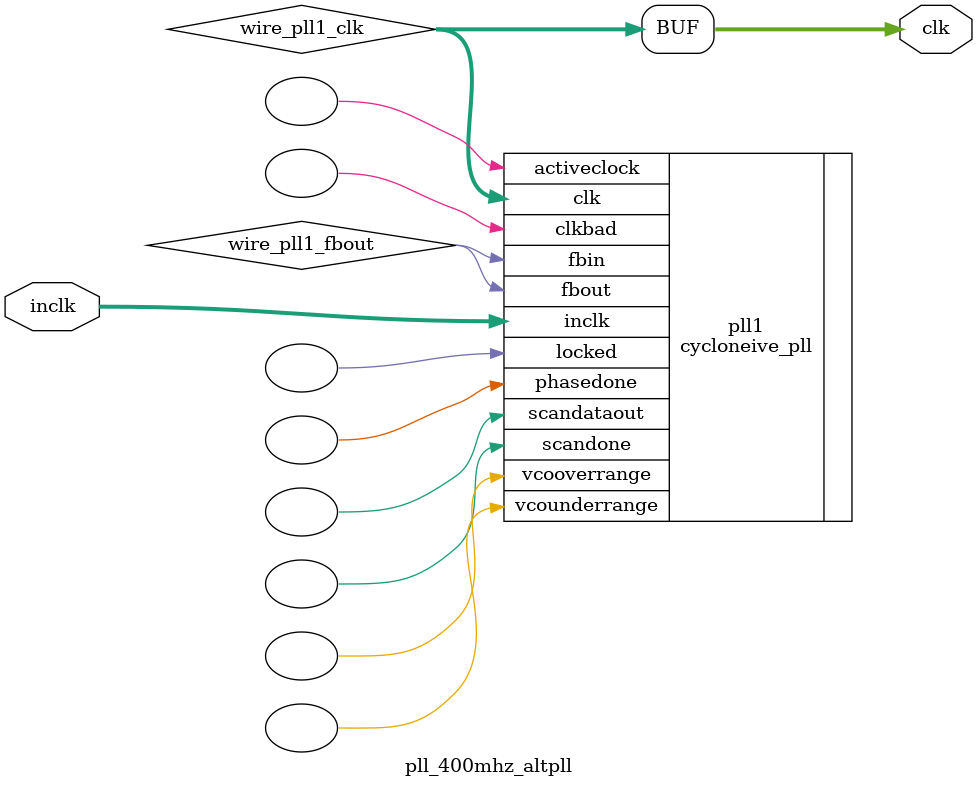
<source format=v>






//synthesis_resources = cycloneive_pll 1 
//synopsys translate_off
`timescale 1 ps / 1 ps
//synopsys translate_on
module  pll_400mhz_altpll
	( 
	clk,
	inclk) /* synthesis synthesis_clearbox=1 */;
	output   [4:0]  clk;
	input   [1:0]  inclk;
`ifndef ALTERA_RESERVED_QIS
// synopsys translate_off
`endif
	tri0   [1:0]  inclk;
`ifndef ALTERA_RESERVED_QIS
// synopsys translate_on
`endif

	wire  [4:0]   wire_pll1_clk;
	wire  wire_pll1_fbout;

	cycloneive_pll   pll1
	( 
	.activeclock(),
	.clk(wire_pll1_clk),
	.clkbad(),
	.fbin(wire_pll1_fbout),
	.fbout(wire_pll1_fbout),
	.inclk(inclk),
	.locked(),
	.phasedone(),
	.scandataout(),
	.scandone(),
	.vcooverrange(),
	.vcounderrange()
	`ifndef FORMAL_VERIFICATION
	// synopsys translate_off
	`endif
	,
	.areset(1'b0),
	.clkswitch(1'b0),
	.configupdate(1'b0),
	.pfdena(1'b1),
	.phasecounterselect({3{1'b0}}),
	.phasestep(1'b0),
	.phaseupdown(1'b0),
	.scanclk(1'b0),
	.scanclkena(1'b1),
	.scandata(1'b0)
	`ifndef FORMAL_VERIFICATION
	// synopsys translate_on
	`endif
	);
	defparam
		pll1.bandwidth_type = "auto",
		pll1.clk0_divide_by = 1,
		pll1.clk0_duty_cycle = 50,
		pll1.clk0_multiply_by = 8,
		pll1.clk0_phase_shift = "0",
		pll1.compensate_clock = "clk0",
		pll1.inclk0_input_frequency = 20000,
		pll1.operation_mode = "normal",
		pll1.pll_type = "auto",
		pll1.lpm_type = "cycloneive_pll";
	assign
		clk = {wire_pll1_clk[4:0]};
endmodule //pll_400mhz_altpll
//VALID FILE

</source>
